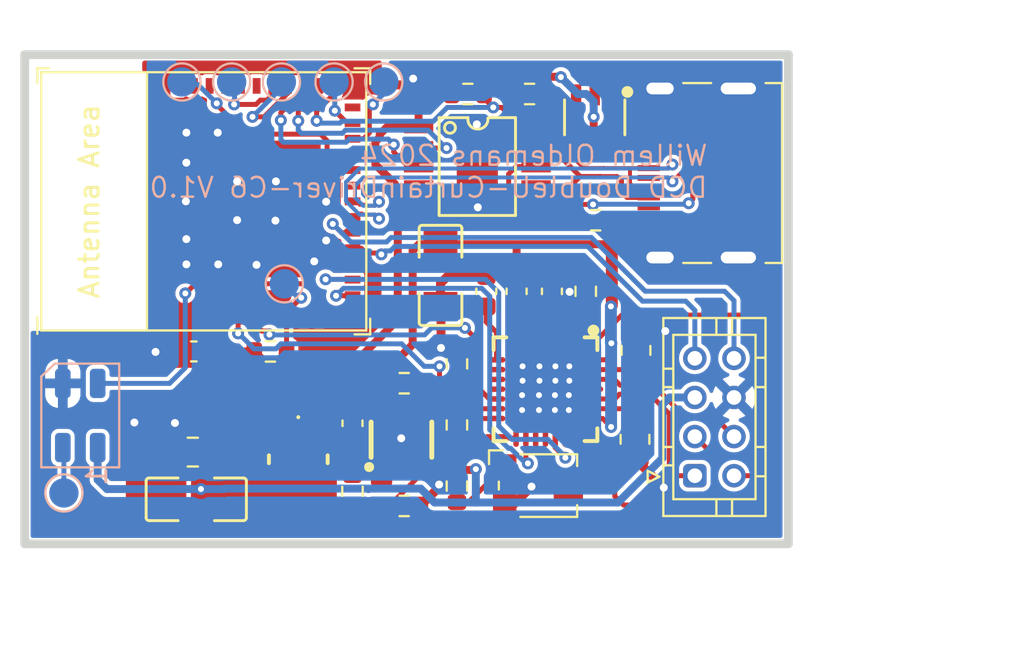
<source format=kicad_pcb>
(kicad_pcb
	(version 20240108)
	(generator "pcbnew")
	(generator_version "8.0")
	(general
		(thickness 1.6)
		(legacy_teardrops no)
	)
	(paper "A4")
	(title_block
		(comment 4 "AISLER Project ID: SWVGLRMQ")
	)
	(layers
		(0 "F.Cu" signal)
		(31 "B.Cu" signal)
		(32 "B.Adhes" user "B.Adhesive")
		(33 "F.Adhes" user "F.Adhesive")
		(34 "B.Paste" user)
		(35 "F.Paste" user)
		(36 "B.SilkS" user "B.Silkscreen")
		(37 "F.SilkS" user "F.Silkscreen")
		(38 "B.Mask" user)
		(39 "F.Mask" user)
		(40 "Dwgs.User" user "User.Drawings")
		(41 "Cmts.User" user "User.Comments")
		(42 "Eco1.User" user "User.Eco1")
		(43 "Eco2.User" user "User.Eco2")
		(44 "Edge.Cuts" user)
		(45 "Margin" user)
		(46 "B.CrtYd" user "B.Courtyard")
		(47 "F.CrtYd" user "F.Courtyard")
		(48 "B.Fab" user)
		(49 "F.Fab" user)
		(50 "User.1" user)
		(51 "User.2" user)
		(52 "User.3" user)
		(53 "User.4" user)
		(54 "User.5" user)
		(55 "User.6" user)
		(56 "User.7" user)
		(57 "User.8" user)
		(58 "User.9" user)
	)
	(setup
		(stackup
			(layer "F.SilkS"
				(type "Top Silk Screen")
				(color "Black")
			)
			(layer "F.Paste"
				(type "Top Solder Paste")
			)
			(layer "F.Mask"
				(type "Top Solder Mask")
				(color "#FFFFFFFF")
				(thickness 0.01)
			)
			(layer "F.Cu"
				(type "copper")
				(thickness 0.035)
			)
			(layer "dielectric 1"
				(type "core")
				(thickness 1.51)
				(material "FR4")
				(epsilon_r 4.5)
				(loss_tangent 0.02)
			)
			(layer "B.Cu"
				(type "copper")
				(thickness 0.035)
			)
			(layer "B.Mask"
				(type "Bottom Solder Mask")
				(color "#FFFFFFFF")
				(thickness 0.01)
			)
			(layer "B.Paste"
				(type "Bottom Solder Paste")
			)
			(layer "B.SilkS"
				(type "Bottom Silk Screen")
				(color "Black")
			)
			(copper_finish "None")
			(dielectric_constraints no)
		)
		(pad_to_mask_clearance 0)
		(allow_soldermask_bridges_in_footprints no)
		(grid_origin 155.1784 91.567)
		(pcbplotparams
			(layerselection 0x00010fc_ffffffff)
			(plot_on_all_layers_selection 0x0000000_00000000)
			(disableapertmacros no)
			(usegerberextensions no)
			(usegerberattributes yes)
			(usegerberadvancedattributes yes)
			(creategerberjobfile yes)
			(dashed_line_dash_ratio 12.000000)
			(dashed_line_gap_ratio 3.000000)
			(svgprecision 4)
			(plotframeref no)
			(viasonmask no)
			(mode 1)
			(useauxorigin no)
			(hpglpennumber 1)
			(hpglpenspeed 20)
			(hpglpendiameter 15.000000)
			(pdf_front_fp_property_popups yes)
			(pdf_back_fp_property_popups yes)
			(dxfpolygonmode yes)
			(dxfimperialunits yes)
			(dxfusepcbnewfont yes)
			(psnegative no)
			(psa4output no)
			(plotreference yes)
			(plotvalue yes)
			(plotfptext yes)
			(plotinvisibletext no)
			(sketchpadsonfab no)
			(subtractmaskfromsilk no)
			(outputformat 1)
			(mirror no)
			(drillshape 1)
			(scaleselection 1)
			(outputdirectory "")
		)
	)
	(net 0 "")
	(net 1 "/STEP_STP")
	(net 2 "GND")
	(net 3 "/STEP_1A")
	(net 4 "/GPIO15")
	(net 5 "+3V3")
	(net 6 "/GPIO8")
	(net 7 "/STEP_1B")
	(net 8 "/STEP_2A")
	(net 9 "/GPIO9")
	(net 10 "/STEP_RST")
	(net 11 "/STEP_2B")
	(net 12 "/BSW")
	(net 13 "/STEP_DIR")
	(net 14 "/STEP_SLEEP")
	(net 15 "/USB_N")
	(net 16 "/USB_P")
	(net 17 "Net-(U6-CP1)")
	(net 18 "/HAL_PULSE")
	(net 19 "/HAL_DIR")
	(net 20 "VBUS")
	(net 21 "unconnected-(U1-U0RXD{slash}GPIO17-Pad30)")
	(net 22 "unconnected-(U1-NC-Pad21)")
	(net 23 "unconnected-(U1-NC-Pad35)")
	(net 24 "unconnected-(U1-U0TXD{slash}GPIO16-Pad31)")
	(net 25 "unconnected-(U1-NC-Pad4)")
	(net 26 "unconnected-(U1-NC-Pad7)")
	(net 27 "unconnected-(U1-NC-Pad33)")
	(net 28 "/SDA")
	(net 29 "/SCL")
	(net 30 "unconnected-(U1-NC-Pad32)")
	(net 31 "unconnected-(U1-NC-Pad34)")
	(net 32 "unconnected-(U1-MTMS{slash}GPIO4{slash}ADC1_CH4-Pad9)")
	(net 33 "unconnected-(U1-GPIO18-Pad24)")
	(net 34 "unconnected-(U1-GPIO14-Pad19)")
	(net 35 "Net-(U6-CP2)")
	(net 36 "/EN")
	(net 37 "Net-(U6-VCP)")
	(net 38 "Net-(U6-VREG)")
	(net 39 "/PD_CC2")
	(net 40 "/PD_CC1")
	(net 41 "unconnected-(J5-SBU2-PadB8)")
	(net 42 "unconnected-(J5-SBU1-PadA8)")
	(net 43 "Net-(U2-FB)")
	(net 44 "Net-(U2-EN)")
	(net 45 "Net-(U3-VBUS)")
	(net 46 "/PD_PG")
	(net 47 "/PD_CFG1")
	(net 48 "/ENABLE")
	(net 49 "Net-(U6-ROSC)")
	(net 50 "Net-(R12-Pad1)")
	(net 51 "Net-(U6-SENSE2)")
	(net 52 "Net-(U6-SENSE1)")
	(net 53 "Net-(U6-REF)")
	(net 54 "/PD_CFG3")
	(net 55 "/PD_CFG2")
	(net 56 "Net-(U3-DM)")
	(net 57 "unconnected-(U6-MS3-Pad11)")
	(net 58 "unconnected-(U6-MS2-Pad10)")
	(net 59 "unconnected-(U6-NC-Pad25)")
	(net 60 "unconnected-(U6-NC-Pad7)")
	(net 61 "unconnected-(U6-NC-Pad20)")
	(net 62 "unconnected-(U6-MS1-Pad9)")
	(net 63 "Net-(U2-SW)")
	(net 64 "/LED_DATA")
	(net 65 "/LED_OUT")
	(footprint "Resistor_SMD:R_0603_1608Metric" (layer "F.Cu") (at 139.25173 86.4922 -90))
	(footprint "Connector_USB:USB_C_Receptacle_Molex_217179" (layer "F.Cu") (at 152.352379 73.6144 90))
	(footprint "Capacitor_SMD:C_0805_2012Metric" (layer "F.Cu") (at 125.76163 87.8787 180))
	(footprint "Resistor_SMD:R_0603_1608Metric" (layer "F.Cu") (at 129.72533 82.733 180))
	(footprint "easyeda2kicad:ESSOP-10_L4.9-W3.9-P1.0-LS6.0-TL-EP" (layer "F.Cu") (at 140.29313 73.2842 -90))
	(footprint "easyeda2kicad:C1206" (layer "F.Cu") (at 125.93943 90.2917 180))
	(footprint "Resistor_SMD:R_0603_1608Metric" (layer "F.Cu") (at 139.25173 89.6164 90))
	(footprint "Resistor_SMD:R_0603_1608Metric" (layer "F.Cu") (at 136.55663 90.6297))
	(footprint "Resistor_SMD:R_0603_1608Metric" (layer "F.Cu") (at 145.83033 79.6612 -90))
	(footprint "easyeda2kicad:SOT-23-6_L2.9-W1.6-P0.95-LS2.8-BL" (layer "F.Cu") (at 146.28783 70.7696 180))
	(footprint "Capacitor_SMD:C_0603_1608Metric" (layer "F.Cu") (at 142.29973 79.6596 90))
	(footprint "Resistor_SMD:R_0603_1608Metric" (layer "F.Cu") (at 139.25173 83.368 -90))
	(footprint "Resistor_SMD:R_0603_1608Metric" (layer "F.Cu") (at 142.96013 69.5758 180))
	(footprint "Resistor_SMD:R_0603_1608Metric" (layer "F.Cu") (at 146.33833 76.0274))
	(footprint "Capacitor_SMD:C_0603_1608Metric" (layer "F.Cu") (at 144.10313 79.6612 -90))
	(footprint "easyeda2kicad:WQFN-28_L5.0-W5.0-P0.50-BL-EP3.2" (layer "F.Cu") (at 143.77293 84.6634 180))
	(footprint "Potentiometer_SMD:Potentiometer_Bourns_TC33X_Vertical" (layer "F.Cu") (at 143.49193 89.591))
	(footprint "Capacitor_SMD:C_0603_1608Metric" (layer "F.Cu") (at 140.75033 79.6612 -90))
	(footprint "Resistor_SMD:R_0805_2012Metric" (layer "F.Cu") (at 148.3458 87.2236 90))
	(footprint "easyeda2kicad:SOT-23-6_L2.9-W1.6-P0.95-LS2.8-BR" (layer "F.Cu") (at 136.41763 87.2437 -90))
	(footprint "easyeda2kicad:C1206" (layer "F.Cu") (at 138.41353 78.8468 -90))
	(footprint "Resistor_SMD:R_0603_1608Metric" (layer "F.Cu") (at 133.91773 89.8853 90))
	(footprint "Resistor_SMD:R_0603_1608Metric" (layer "F.Cu") (at 136.55933 84.3586))
	(footprint "Inductor_SMD:SRN3015C2R2M" (layer "F.Cu") (at 131.14913 88.2448 -90))
	(footprint "Capacitor_SMD:C_0603_1608Metric" (layer "F.Cu") (at 133.91773 86.4055 90))
	(footprint "Espressif:ESP32-C6-MINI-1" (layer "F.Cu") (at 126.32173 75.0622 90))
	(footprint "Resistor_SMD:R_0805_2012Metric" (layer "F.Cu") (at 148.3966 82.6789 -90))
	(footprint "Connector_JST:JST_PHD_B8B-PHDSS_2x04_P2.00mm_Vertical" (layer "F.Cu") (at 151.40283 89.0858 90))
	(footprint "Resistor_SMD:R_0603_1608Metric" (layer "F.Cu") (at 139.81053 69.5758 180))
	(footprint "Capacitor_SMD:C_0603_1608Metric" (layer "F.Cu") (at 125.81373 82.733 180))
	(footprint "TestPoint:TestPoint_Pad_D1.5mm" (layer "B.Cu") (at 125.2064 68.961 -90))
	(footprint "TestPoint:TestPoint_Pad_D1.5mm" (layer "B.Cu") (at 127.7464 68.961 -90))
	(footprint "TestPoint:TestPoint_Pad_D1.5mm" (layer "B.Cu") (at 132.97653 68.961 -90))
	(footprint "TestPoint:TestPoint_Pad_D1.5mm" (layer "B.Cu") (at 119.1784 89.967 90))
	(footprint "TestPoint:TestPoint_Pad_D1.5mm" (layer "B.Cu") (at 135.51653 68.961 -90))
	(footprint "LED_SMD:LED_WS2812B-Mini_PLCC4_3.5x3.5mm"
		(layer "B.Cu")
		(uuid "d19aea2f-6491-4c51-98b7-9d5ea7ff4c6a")
		(at 120.0134 86.007 90)
		(descr "Addressable RGB LED NeoPixel Mini, 12 mA, https://web.archive.org/web/20200131233647/http://www.world-semi.com/DownLoadFile/112")
		(tags "LED RGB NeoPixel Mini")
		(property "Reference" "D1"
			(at 0 2.75 90)
			(layer "B.SilkS")
			(hide yes)
			(uuid "906a8ab2-e8af-4cf6-81a2-7c5f719192fc")
			(effects
				(font
					(size 1 1)
					(thickness 0.15)
				)
				(justify mirror)
			)
		)
		(property "Value" "WS2812B"
			(at 0 -3.25 90)
			(layer "B.Fab")
			(uuid "784e8bf2-1f4b-4879-8b09-1f4b4252e50a")
			(effects
				(font
					(size 1 1)
					(thickness 0.15)
				)
				(justify mirror)
			)
		)
		(property "Footprint" "LED_SMD:LED_WS2812B-Mini_PLCC4_3.5x3.5mm"
			(at 0 0 -90)
			(unlocked yes)
			(layer "B.Fab")
			(hide yes)
			(uuid "459a276f-086c-4504-9033-87d5f11062f6")
			(effects
				(font
					(size 1.27 1.27)
					(thickness 0.15)
				)
				(justify mirror)
			)
		)
		(property "Datasheet" "https://cdn-shop.adafruit.com/datasheets/WS2812B.pdf"
			(at 0 0 -90)
			(unlocked yes)
			(layer "B.Fab")
			(hide yes)
			(uuid "55af8b98-c74f-4bca-895f-e7d0dd5dbe7b")
			(effects
				(font
					(size 1.27 1.27)
					(thickness 0.15)
				)
				(justify mirror)
			)
		)
		(property "Description" "RGB LED with integrated controller"
			(at 0 0 -90)
			(unlocked yes)
			(layer "B.Fab")
			(hide yes)
			(uuid "64cf14a6-3785-46d1-b38d-6e9420dbc430")
			(effects
				(font
					(size 1.27 1.27)
					(thickness 0.15)
				)
				(justify mirror)
			)
		)
		(property "LCSC Part" "C22371519"
			(at 0 0 90)
			(unlocked yes)
			(layer "B.Fab")
			(hide yes)
			(uuid "7a225e77-c5ea-425d-b713-de79898c7f99")
			(effects
				(font
					(size 1 1)
					(thickness 0.15)
				)
				(justify mirror)
			)
		)
		(property ki_fp_filters "LED*WS2812*PLCC*5.0x5.0mm*P3.2mm*")
		(path "/176428c4-6960-49f7-999e-720a23955f02")
		(sheetname "Root")
		(sheetfile "blinds.kicad_sch")
		(zone_connect 1)
		(attr smd)
		(fp_line
			(start 1.99 -1.99)
			(end -2.65 -1.99)
			(stroke
				(width 0.12)
				(type solid)
			)
			(layer "B.SilkS")
			(uuid "deff2e19-9600-48f3-aa0f-cbe922787850")
		)
		(fp_line
			(start 1.99 -1.99)
			(end 2.65 -1.3)
			(stroke
				(width 0.12)
				(type default)
			)
			(layer "B.SilkS")
			(uuid "35872d16-f924-45cb-bd7f-a68571340f15")
		)
		(fp_line
			(start -2.65 -1.99)
			(end -2.65 1.99)
			(stroke
				(width 0.12)
				(type default)
			)
			(layer "B.SilkS")
			(uuid "72bb82f2-28f5-47de-b30d-ffb0c3b9eea4")
		)
		(fp_line
			(start 2.65 1.99)
			(end 2.65 -1.3)
			(stroke
				(width 0.12)
				(type solid)
			)
			(layer "B.SilkS")
			(uuid "03c35fba-6b8d-45da-9361-89bb8970ee39")
		)
		(fp_line
			(start 2.65 1.99)
			(end -2.65 1.99)
			(stroke
				(width 0.12)
				(type solid)
			)
			(layer "B.SilkS")
			(uuid "2321b66e-1e44-484b-9acc-d81d47c3b95d")
		)
		(fp_line
			(start 2.64 -1.98)
			(end -2.64 -1.98)
			(stroke
				(width 0.05)
				(type solid)
			)
			(layer "B.CrtYd")
			(uuid "d3bdeb92-a3bf-482a-8e07-26262d22ce61")
		)
		(fp_line
			(start -2.64 -1.98)
			(end -2.64 1.98)
			(stroke
				(width 0.05)
				(type solid)
			)
			(layer "B.CrtYd")
			(uuid "02bffdcc-f8d0-48ac-8776-b3faf7ae7ae6")
		)
		(fp_line
			(start 2.64 1.98)
			(end 2.64 -1.98)
			(stroke
				(width 0.05)
				(type solid)
			)
			(layer "B.CrtYd")
			(uuid "c69d71b0-2fa5-4642-997b-c97854f530dd")
		)
		(fp_line
			(start -2.64 1.98)
			(end 2.64 1.98)
			(stroke
				(width 0.05)
				(type solid)
			)
			(layer "B.CrtYd")
			(uuid "739d0aa7-7062-40b8-8922-8e5c730aa603")
		)
		(fp_line
			(start 1.73 -1.73)
			(end -1.73 -1.73)
			(stroke
				(width 0.1)
				(type solid)
			)
			(layer "B.Fab")
			(uuid "d10cba4b-cc06-4991-a80a-49a6d702c93a")
		)
		(fp_line
			(start 0.86 -1.73)
			(end 1.73 -0.86)
			(stroke
				(width 0.1)
				(type solid)
			)
			(layer "B.Fab")
			(uuid "e4d620be-3bac-4840-86d6-163e3fceb63c")
		)
		(fp_line
			(start -1.73 -1.73)
			(end -1.73 1.73)
			(stroke
				(width 0.1)
				(type solid)
			)
			(layer "B.Fab")
			(uuid "623bf030-7156-43d8-b04d-e665b0b52331")
		)
		(fp_line
			(start 1.73 1.73)
			(end 1.73 -1.73)
			(stroke
				(width 0.1)
				(type solid)
			)
			(layer "B.Fab")
			(uuid "5c5c4512-abb9-4562-83d1-deb0985c0b2e")
		)
		(fp_line
			(start -1.73 1.73)
			(end 1.73 1.73)
			(stroke
				(width 0.1)
				(type solid)
			)
			(layer "B.Fab")
			(uuid "853e324b-c491-48e8-b35a-2f22a019138f")
		)
		(fp_circle
			(center 0 0)
			(end 1.1 0)
			(stroke
				(width 0.1)
				(type solid)
			)
			(fill none)
			(layer "B.Fab")
			(uuid "a1b20f3f-98a4-49d0-a788-4805c03e6be8")
		)
		(fp_text user "1"
			(at -3.1 0.85 90)
			(layer "B.SilkS")
			(uuid "757b6cec-2c86-4801-9732-38cab73bce4c")
			(effects
				(font
					(size 1 1)
					(thickness 0.15)
				)
... [188194 chars truncated]
</source>
